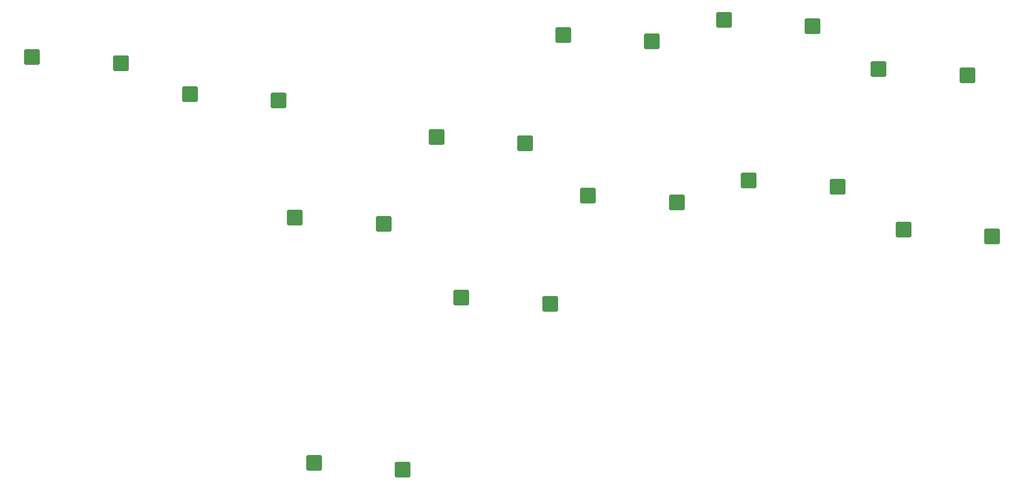
<source format=gbr>
%TF.GenerationSoftware,KiCad,Pcbnew,7.0.6*%
%TF.CreationDate,2024-01-12T12:33:24+02:00*%
%TF.ProjectId,Flatbox-rev5,466c6174-626f-4782-9d72-6576352e6b69,rev?*%
%TF.SameCoordinates,Original*%
%TF.FileFunction,Paste,Bot*%
%TF.FilePolarity,Positive*%
%FSLAX46Y46*%
G04 Gerber Fmt 4.6, Leading zero omitted, Abs format (unit mm)*
G04 Created by KiCad (PCBNEW 7.0.6) date 2024-01-12 12:33:24*
%MOMM*%
%LPD*%
G01*
G04 APERTURE LIST*
G04 Aperture macros list*
%AMRoundRect*
0 Rectangle with rounded corners*
0 $1 Rounding radius*
0 $2 $3 $4 $5 $6 $7 $8 $9 X,Y pos of 4 corners*
0 Add a 4 corners polygon primitive as box body*
4,1,4,$2,$3,$4,$5,$6,$7,$8,$9,$2,$3,0*
0 Add four circle primitives for the rounded corners*
1,1,$1+$1,$2,$3*
1,1,$1+$1,$4,$5*
1,1,$1+$1,$6,$7*
1,1,$1+$1,$8,$9*
0 Add four rect primitives between the rounded corners*
20,1,$1+$1,$2,$3,$4,$5,0*
20,1,$1+$1,$4,$5,$6,$7,0*
20,1,$1+$1,$6,$7,$8,$9,0*
20,1,$1+$1,$8,$9,$2,$3,0*%
G04 Aperture macros list end*
%ADD10RoundRect,0.250000X1.000000X1.025000X-1.000000X1.025000X-1.000000X-1.025000X1.000000X-1.025000X0*%
G04 APERTURE END LIST*
D10*
%TO.C,SW7*%
X74725000Y-61250000D03*
X89075000Y-62300000D03*
%TD*%
%TO.C,SW17*%
X215625000Y-89200000D03*
X229975000Y-90250000D03*
%TD*%
%TO.C,SW18*%
X120325000Y-126975000D03*
X134675000Y-128025000D03*
%TD*%
%TO.C,SW14*%
X144125000Y-100200000D03*
X158475000Y-101250000D03*
%TD*%
%TO.C,SW12*%
X186625000Y-55200000D03*
X200975000Y-56250000D03*
%TD*%
%TO.C,SW13*%
X211625000Y-63200000D03*
X225975000Y-64250000D03*
%TD*%
%TO.C,SW9*%
X117225000Y-87250000D03*
X131575000Y-88300000D03*
%TD*%
%TO.C,SW8*%
X100225000Y-67250000D03*
X114575000Y-68300000D03*
%TD*%
%TO.C,SW10*%
X140125000Y-74200000D03*
X154475000Y-75250000D03*
%TD*%
%TO.C,SW15*%
X164625000Y-83700000D03*
X178975000Y-84750000D03*
%TD*%
%TO.C,SW16*%
X190625000Y-81200000D03*
X204975000Y-82250000D03*
%TD*%
%TO.C,SW11*%
X160625000Y-57700000D03*
X174975000Y-58750000D03*
%TD*%
M02*

</source>
